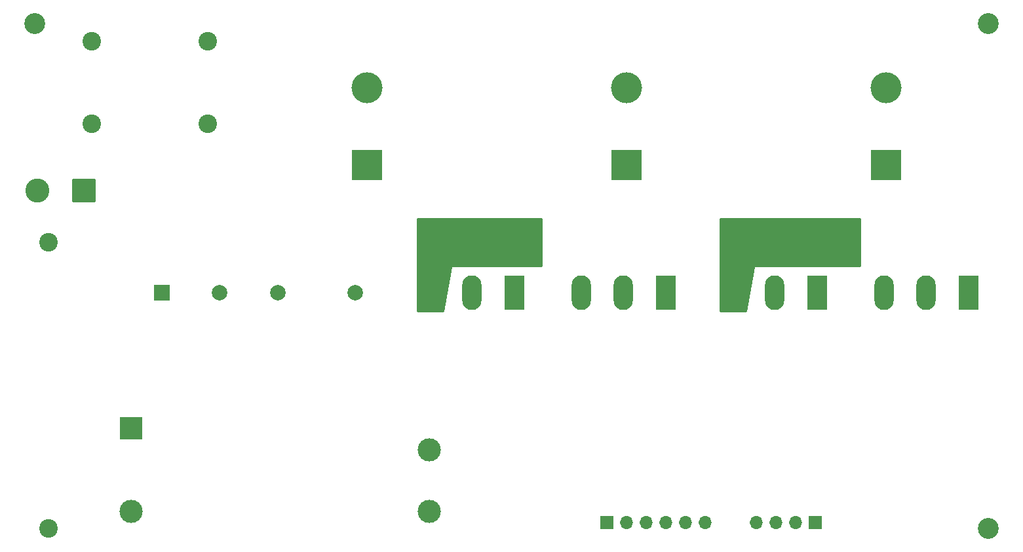
<source format=gbr>
%TF.GenerationSoftware,KiCad,Pcbnew,(5.1.9)-1*%
%TF.CreationDate,2021-03-19T16:47:00-07:00*%
%TF.ProjectId,VFD,5646442e-6b69-4636-9164-5f7063625858,1.0*%
%TF.SameCoordinates,PX50e7ea0PY815a420*%
%TF.FileFunction,Soldermask,Bot*%
%TF.FilePolarity,Negative*%
%FSLAX46Y46*%
G04 Gerber Fmt 4.6, Leading zero omitted, Abs format (unit mm)*
G04 Created by KiCad (PCBNEW (5.1.9)-1) date 2021-03-19 16:47:00*
%MOMM*%
%LPD*%
G01*
G04 APERTURE LIST*
%ADD10C,2.700000*%
%ADD11C,4.000000*%
%ADD12R,4.000000X4.000000*%
%ADD13C,2.400000*%
%ADD14R,2.500000X4.500000*%
%ADD15O,2.500000X4.500000*%
%ADD16R,3.000000X3.000000*%
%ADD17C,3.000000*%
%ADD18O,1.700000X1.700000*%
%ADD19R,1.700000X1.700000*%
%ADD20C,3.100000*%
%ADD21R,2.000000X2.000000*%
%ADD22C,2.000000*%
%ADD23C,0.254000*%
%ADD24C,0.100000*%
G04 APERTURE END LIST*
D10*
%TO.C,REF\u002A\u002A*%
X125730000Y2540000D03*
%TD*%
%TO.C,REF\u002A\u002A*%
X125730000Y67818000D03*
%TD*%
%TO.C,REF\u002A\u002A*%
X2540000Y67818000D03*
%TD*%
D11*
%TO.C,C10*%
X45466000Y59530000D03*
D12*
X45466000Y49530000D03*
%TD*%
D13*
%TO.C,C15*%
X9906000Y65532000D03*
X24906000Y65532000D03*
%TD*%
%TO.C,C8*%
X9892000Y54864000D03*
X24892000Y54864000D03*
%TD*%
%TO.C,J5*%
G36*
G01*
X91922000Y38196999D02*
X91922000Y40797001D01*
G75*
G02*
X92171999Y41047000I249999J0D01*
G01*
X94772001Y41047000D01*
G75*
G02*
X95022000Y40797001I0J-249999D01*
G01*
X95022000Y38196999D01*
G75*
G02*
X94772001Y37947000I-249999J0D01*
G01*
X92171999Y37947000D01*
G75*
G02*
X91922000Y38196999I0J249999D01*
G01*
G37*
%TD*%
%TO.C,J3*%
G36*
G01*
X63347000Y38196999D02*
X63347000Y40797001D01*
G75*
G02*
X63596999Y41047000I249999J0D01*
G01*
X66197001Y41047000D01*
G75*
G02*
X66447000Y40797001I0J-249999D01*
G01*
X66447000Y38196999D01*
G75*
G02*
X66197001Y37947000I-249999J0D01*
G01*
X63596999Y37947000D01*
G75*
G02*
X63347000Y38196999I0J249999D01*
G01*
G37*
%TD*%
D14*
%TO.C,Q3*%
X103610000Y33020000D03*
D15*
X98160000Y33020000D03*
X92710000Y33020000D03*
%TD*%
D14*
%TO.C,Q4*%
X123168000Y33020000D03*
D15*
X117718000Y33020000D03*
X112268000Y33020000D03*
%TD*%
%TO.C,Q2*%
X73152000Y33020000D03*
X78602000Y33020000D03*
D14*
X84052000Y33020000D03*
%TD*%
D15*
%TO.C,Q1*%
X53594000Y33020000D03*
X59044000Y33020000D03*
D14*
X64494000Y33020000D03*
%TD*%
D16*
%TO.C,PS1*%
X14986000Y15450000D03*
D17*
X53486000Y12700000D03*
X14986000Y4700000D03*
X53486000Y4700000D03*
%TD*%
D18*
%TO.C,J4*%
X95758000Y3302000D03*
X98298000Y3302000D03*
X100838000Y3302000D03*
D19*
X103378000Y3302000D03*
%TD*%
D20*
%TO.C,J2*%
X2890000Y46228000D03*
G36*
G01*
X10440000Y47528001D02*
X10440000Y44927999D01*
G75*
G02*
X10190001Y44678000I-249999J0D01*
G01*
X7589999Y44678000D01*
G75*
G02*
X7340000Y44927999I0J249999D01*
G01*
X7340000Y47528001D01*
G75*
G02*
X7589999Y47778000I249999J0D01*
G01*
X10190001Y47778000D01*
G75*
G02*
X10440000Y47528001I0J-249999D01*
G01*
G37*
%TD*%
D18*
%TO.C,J1*%
X89154000Y3302000D03*
X86614000Y3302000D03*
X84074000Y3302000D03*
X81534000Y3302000D03*
X78994000Y3302000D03*
D19*
X76454000Y3302000D03*
%TD*%
D13*
%TO.C,F1*%
X4318000Y39540000D03*
X4318000Y2540000D03*
%TD*%
D21*
%TO.C,D4*%
X18942000Y33020000D03*
D22*
X26442000Y33020000D03*
X33942000Y33020000D03*
X43942000Y33020000D03*
%TD*%
D11*
%TO.C,C13*%
X112522000Y59530000D03*
D12*
X112522000Y49530000D03*
%TD*%
D11*
%TO.C,C11*%
X78994000Y59530000D03*
D12*
X78994000Y49530000D03*
%TD*%
D23*
X67945000Y36449000D02*
X56388000Y36449000D01*
X56363224Y36446560D01*
X56339399Y36439333D01*
X56317443Y36427597D01*
X56298197Y36411803D01*
X56282403Y36392557D01*
X56270667Y36370601D01*
X56262878Y36343760D01*
X55265181Y30607000D01*
X51943000Y30607000D01*
X51943000Y42545000D01*
X67945000Y42545000D01*
X67945000Y36449000D01*
D24*
G36*
X67945000Y36449000D02*
G01*
X56388000Y36449000D01*
X56363224Y36446560D01*
X56339399Y36439333D01*
X56317443Y36427597D01*
X56298197Y36411803D01*
X56282403Y36392557D01*
X56270667Y36370601D01*
X56262878Y36343760D01*
X55265181Y30607000D01*
X51943000Y30607000D01*
X51943000Y42545000D01*
X67945000Y42545000D01*
X67945000Y36449000D01*
G37*
D23*
X109093000Y36449000D02*
X95504000Y36449000D01*
X95479224Y36446560D01*
X95455399Y36439333D01*
X95433443Y36427597D01*
X95414197Y36411803D01*
X95398403Y36392557D01*
X95386667Y36370601D01*
X95378878Y36343760D01*
X94381181Y30607000D01*
X91059000Y30607000D01*
X91059000Y42545000D01*
X109093000Y42545000D01*
X109093000Y36449000D01*
D24*
G36*
X109093000Y36449000D02*
G01*
X95504000Y36449000D01*
X95479224Y36446560D01*
X95455399Y36439333D01*
X95433443Y36427597D01*
X95414197Y36411803D01*
X95398403Y36392557D01*
X95386667Y36370601D01*
X95378878Y36343760D01*
X94381181Y30607000D01*
X91059000Y30607000D01*
X91059000Y42545000D01*
X109093000Y42545000D01*
X109093000Y36449000D01*
G37*
M02*

</source>
